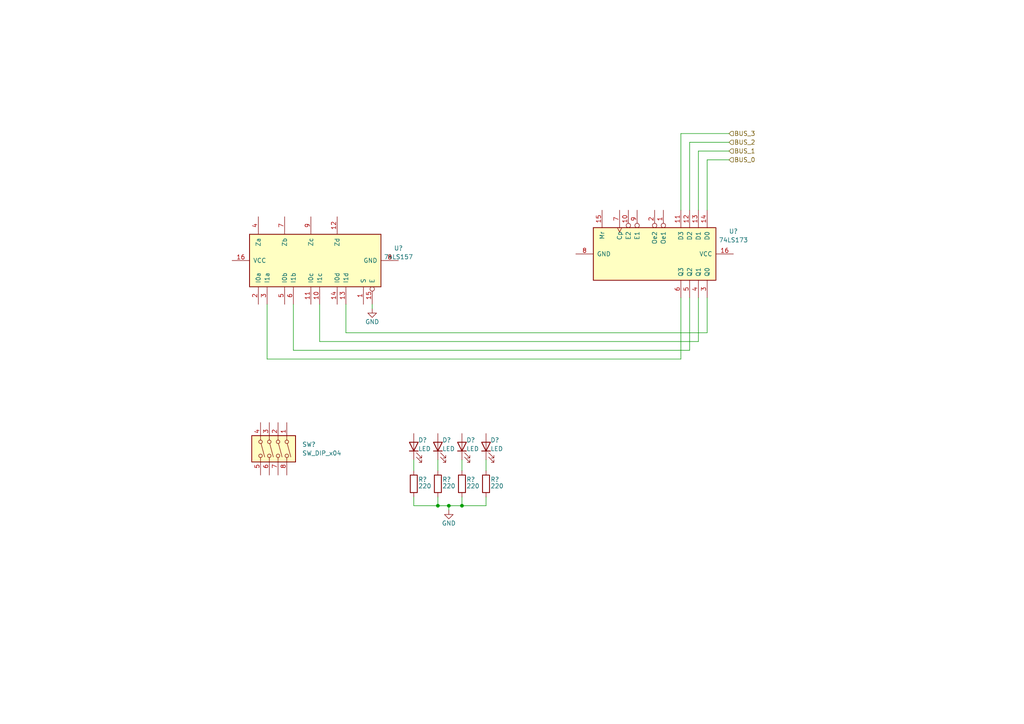
<source format=kicad_sch>
(kicad_sch (version 20211123) (generator eeschema)
  (paper "A4")
  (lib_symbols
    (symbol "74xx:74LS157" (pin_names (offset 1.016))
      (property "Reference" "U" (at -7.62 19.05 0))
      (property "Value" "74LS157" (at -7.62 -21.59 0))
      (symbol "74LS157_1_0"
        (pin input line (at -12.7 -15.24 0) (length 5.08) (name "S") (number "1"))
        (pin input line (at -12.7 -2.54 0) (length 5.08) (name "I1c") (number "10"))
        (pin input line (at -12.7 0 0) (length 5.08) (name "I0c") (number "11"))
        (pin output line (at 12.7 -7.62 180) (length 5.08) (name "Zd") (number "12"))
        (pin input line (at -12.7 -10.16 0) (length 5.08) (name "I1d") (number "13"))
        (pin input line (at -12.7 -7.62 0) (length 5.08) (name "I0d") (number "14"))
        (pin input inverted (at -12.7 -17.78 0) (length 5.08) (name "E") (number "15"))
        (pin power_in line (at 0 22.86 270) (length 5.08) (name "VCC") (number "16"))
        (pin input line (at -12.7 15.24 0) (length 5.08) (name "I0a") (number "2"))
        (pin input line (at -12.7 12.7 0) (length 5.08) (name "I1a") (number "3"))
        (pin output line (at 12.7 15.24 180) (length 5.08) (name "Za") (number "4"))
        (pin input line (at -12.7 7.62 0) (length 5.08) (name "I0b") (number "5"))
        (pin input line (at -12.7 5.08 0) (length 5.08) (name "I1b") (number "6"))
        (pin output line (at 12.7 7.62 180) (length 5.08) (name "Zb") (number "7"))
        (pin power_in line (at 0 -25.4 90) (length 5.08) (name "GND") (number "8"))
        (pin output line (at 12.7 0 180) (length 5.08) (name "Zc") (number "9"))
      )
      (symbol "74LS157_1_1"
        (rectangle (start -7.62 17.78) (end 7.62 -20.32) (stroke (width 0.254)) (fill (type background)))
      )
    )
    (symbol "74xx:74LS173" (pin_names (offset 1.016))
      (property "Reference" "U" (at -7.62 19.05 0))
      (property "Value" "74LS173" (at -7.62 -19.05 0))
      (symbol "74LS173_1_0"
        (pin input inverted (at -12.7 2.54 0) (length 5.08) (name "Oe1") (number "1"))
        (pin input inverted (at -12.7 -7.62 0) (length 5.08) (name "E2") (number "10"))
        (pin input line (at -12.7 7.62 0) (length 5.08) (name "D3") (number "11"))
        (pin input line (at -12.7 10.16 0) (length 5.08) (name "D2") (number "12"))
        (pin input line (at -12.7 12.7 0) (length 5.08) (name "D1") (number "13"))
        (pin input line (at -12.7 15.24 0) (length 5.08) (name "D0") (number "14"))
        (pin input line (at -12.7 -15.24 0) (length 5.08) (name "Mr") (number "15"))
        (pin power_in line (at 0 22.86 270) (length 5.08) (name "VCC") (number "16"))
        (pin input inverted (at -12.7 0 0) (length 5.08) (name "Oe2") (number "2"))
        (pin tri_state line (at 12.7 15.24 180) (length 5.08) (name "Q0") (number "3"))
        (pin tri_state line (at 12.7 12.7 180) (length 5.08) (name "Q1") (number "4"))
        (pin tri_state line (at 12.7 10.16 180) (length 5.08) (name "Q2") (number "5"))
        (pin tri_state line (at 12.7 7.62 180) (length 5.08) (name "Q3") (number "6"))
        (pin input clock (at -12.7 -10.16 0) (length 5.08) (name "Cp") (number "7"))
        (pin power_in line (at 0 -22.86 90) (length 5.08) (name "GND") (number "8"))
        (pin input inverted (at -12.7 -5.08 0) (length 5.08) (name "E1") (number "9"))
      )
      (symbol "74LS173_1_1"
        (rectangle (start -7.62 17.78) (end 7.62 -17.78) (stroke (width 0.254)) (fill (type background)))
      )
    )
    (symbol "Device:LED" (pin_numbers hide) (pin_names (offset 1.016) hide)
      (property "Reference" "D" (at 0 2.54 0))
      (property "Value" "LED" (at 0 -2.54 0))
      (symbol "LED_0_1"
        (polyline (pts (xy -1.27 -1.27) (xy -1.27 1.27)) (stroke (width 0.254)))
        (polyline (pts (xy -1.27 0) (xy 1.27 0)))
        (polyline (pts (xy 1.27 -1.27) (xy 1.27 1.27) (xy -1.27 0) (xy 1.27 -1.27)) (stroke (width 0.254)))
        (polyline (pts (xy -3.048 -0.762) (xy -4.572 -2.286) (xy -3.81 -2.286) (xy -4.572 -2.286) (xy -4.572 -1.524)))
        (polyline (pts (xy -1.778 -0.762) (xy -3.302 -2.286) (xy -2.54 -2.286) (xy -3.302 -2.286) (xy -3.302 -1.524)))
      )
      (symbol "LED_1_1"
        (pin passive line (at -3.81 0 0) (length 2.54) (name "K") (number "1"))
        (pin passive line (at 3.81 0 180) (length 2.54) (name "A") (number "2"))
      )
    )
    (symbol "Device:R" (pin_numbers hide) (pin_names (offset 0))
      (property "Reference" "R" (at 2.032 0 90))
      (property "Value" "R" (at 0 0 90))
      (symbol "R_0_1"
        (rectangle (start -1.016 -2.54) (end 1.016 2.54) (stroke (width 0.254)))
      )
      (symbol "R_1_1"
        (pin passive line (at 0 3.81 270) (length 1.27) (name "~") (number "1"))
        (pin passive line (at 0 -3.81 90) (length 1.27) (name "~") (number "2"))
      )
    )
    (symbol "Switch:SW_DIP_x04" (pin_names (offset 0) hide)
      (property "Reference" "SW" (at 0 8.89 0))
      (property "Value" "SW_DIP_x04" (at 0 -6.35 0))
      (symbol "SW_DIP_x04_0_0"
        (circle (center -2.032 -2.54) (radius 0.508))
        (circle (center -2.032 0) (radius 0.508))
        (circle (center -2.032 2.54) (radius 0.508))
        (circle (center -2.032 5.08) (radius 0.508))
        (polyline (pts (xy -1.524 -2.3876) (xy 2.3622 -1.3462)))
        (polyline (pts (xy -1.524 0.127) (xy 2.3622 1.1684)))
        (polyline (pts (xy -1.524 2.667) (xy 2.3622 3.7084)))
        (polyline (pts (xy -1.524 5.207) (xy 2.3622 6.2484)))
        (circle (center 2.032 -2.54) (radius 0.508))
        (circle (center 2.032 0) (radius 0.508))
        (circle (center 2.032 2.54) (radius 0.508))
        (circle (center 2.032 5.08) (radius 0.508))
      )
      (symbol "SW_DIP_x04_0_1"
        (rectangle (start -3.81 7.62) (end 3.81 -5.08) (stroke (width 0.254)) (fill (type background)))
      )
      (symbol "SW_DIP_x04_1_1"
        (pin passive line (at -7.62 5.08 0) (length 5.08) (name "~") (number "1"))
        (pin passive line (at -7.62 2.54 0) (length 5.08) (name "~") (number "2"))
        (pin passive line (at -7.62 0 0) (length 5.08) (name "~") (number "3"))
        (pin passive line (at -7.62 -2.54 0) (length 5.08) (name "~") (number "4"))
        (pin passive line (at 7.62 -2.54 180) (length 5.08) (name "~") (number "5"))
        (pin passive line (at 7.62 0 180) (length 5.08) (name "~") (number "6"))
        (pin passive line (at 7.62 2.54 180) (length 5.08) (name "~") (number "7"))
        (pin passive line (at 7.62 5.08 180) (length 5.08) (name "~") (number "8"))
      )
    )
    (symbol "power:GND" (power) (pin_names (offset 0))
      (property "Value" "GND" (at 0 -3.81 0))
      (symbol "GND_0_1"
        (polyline (pts (xy 0 0) (xy 0 -1.27) (xy 1.27 -1.27) (xy 0 -2.54) (xy -1.27 -1.27) (xy 0 -1.27)))
      )
      (symbol "GND_1_1"
        (pin power_in line (at 0 0 270) (length 0) hide (name "GND") (number "1"))
      )
    )
  )
  (junction (at 127 146.685))
  (junction (at 133.985 146.685))
  (junction (at 130.175 146.685))
  (wire (pts (xy 202.565 99.06) (xy 92.71 99.06)))
  (wire (pts (xy 120.015 144.145) (xy 120.015 146.685)))
  (wire (pts (xy 130.175 147.955) (xy 130.175 146.685)))
  (wire (pts (xy 77.47 88.265) (xy 77.47 104.14)))
  (wire (pts (xy 127 144.145) (xy 127 146.685)))
  (wire (pts (xy 127 146.685) (xy 130.175 146.685)))
  (wire (pts (xy 133.985 133.35) (xy 133.985 136.525)))
  (wire (pts (xy 140.97 146.685) (xy 140.97 144.145)))
  (wire (pts (xy 200.025 41.275) (xy 200.025 60.96)))
  (wire (pts (xy 92.71 99.06) (xy 92.71 88.265)))
  (wire (pts (xy 140.97 133.35) (xy 140.97 136.525)))
  (wire (pts (xy 77.47 104.14) (xy 197.485 104.14)))
  (wire (pts (xy 85.09 101.6) (xy 200.025 101.6)))
  (wire (pts (xy 197.485 104.14) (xy 197.485 86.36)))
  (wire (pts (xy 197.485 38.735) (xy 211.455 38.735)))
  (wire (pts (xy 197.485 60.96) (xy 197.485 38.735)))
  (wire (pts (xy 202.565 60.96) (xy 202.565 43.815)))
  (wire (pts (xy 127 133.35) (xy 127 136.525)))
  (wire (pts (xy 205.105 96.52) (xy 205.105 86.36)))
  (wire (pts (xy 120.015 133.35) (xy 120.015 136.525)))
  (wire (pts (xy 202.565 43.815) (xy 211.455 43.815)))
  (wire (pts (xy 200.025 101.6) (xy 200.025 86.36)))
  (wire (pts (xy 100.33 96.52) (xy 205.105 96.52)))
  (wire (pts (xy 107.95 89.535) (xy 107.95 88.265)))
  (wire (pts (xy 211.455 46.355) (xy 205.105 46.355)))
  (wire (pts (xy 85.09 88.265) (xy 85.09 101.6)))
  (wire (pts (xy 100.33 88.265) (xy 100.33 96.52)))
  (wire (pts (xy 133.985 146.685) (xy 140.97 146.685)))
  (wire (pts (xy 205.105 46.355) (xy 205.105 60.96)))
  (wire (pts (xy 211.455 41.275) (xy 200.025 41.275)))
  (wire (pts (xy 202.565 86.36) (xy 202.565 99.06)))
  (wire (pts (xy 120.015 146.685) (xy 127 146.685)))
  (wire (pts (xy 133.985 144.145) (xy 133.985 146.685)))
  (wire (pts (xy 130.175 146.685) (xy 133.985 146.685)))
  (hierarchical_label "BUS_0" (shape input) (at 211.455 46.355 0))
  (hierarchical_label "BUS_2" (shape input) (at 211.455 41.275 0))
  (hierarchical_label "BUS_3" (shape input) (at 211.455 38.735 0))
  (hierarchical_label "BUS_1" (shape input) (at 211.455 43.815 0))
  (symbol (lib_id "74xx:74LS157") (at 90.17 75.565 90) (unit 1)
    (property "Reference" "U?" (at 115.57 71.9836 90))
    (property "Value" "74LS157" (at 115.57 74.5236 90))
    (property "Datasheet" "http://www.ti.com/lit/gpn/sn74LS157" (effects hide))
  )
  (symbol (lib_id "Device:LED") (at 120.015 129.54 90) (unit 1)
    (property "Reference" "D?" (at 121.285 127.635 90) (effects (justify right)))
    (property "Value" "LED" (at 121.285 130.175 90) (effects (justify right)))
  )
  (symbol (lib_id "power:GND") (at 130.175 147.955 0) (unit 1)
    (property "Reference" "#PWR?" (effects hide))
    (property "Value" "GND" (at 130.175 151.765 0))
  )
  (symbol (lib_id "Device:LED") (at 140.97 129.54 90) (unit 1)
    (property "Reference" "D?" (at 142.24 127.635 90) (effects (justify right)))
    (property "Value" "LED" (at 142.24 130.175 90) (effects (justify right)))
  )
  (symbol (lib_id "Device:R") (at 133.985 140.335 0) (unit 1)
    (property "Reference" "R?" (at 135.255 139.065 0) (effects (justify left)))
    (property "Value" "220" (at 135.255 140.97 0) (effects (justify left)))
  )
  (symbol (lib_id "power:GND") (at 107.95 89.535 0) (unit 1)
    (property "Reference" "#PWR?" (effects hide))
    (property "Value" "GND" (at 107.95 93.345 0))
  )
  (symbol (lib_id "Device:R") (at 120.015 140.335 0) (unit 1)
    (property "Reference" "R?" (at 121.285 139.065 0) (effects (justify left)))
    (property "Value" "220" (at 121.285 140.97 0) (effects (justify left)))
  )
  (symbol (lib_id "Switch:SW_DIP_x04") (at 78.105 130.175 270) (unit 1)
    (property "Reference" "SW?" (at 87.63 128.9049 90) (effects (justify left)))
    (property "Value" "SW_DIP_x04" (at 87.63 131.4449 90) (effects (justify left)))
  )
  (symbol (lib_id "Device:R") (at 140.97 140.335 0) (unit 1)
    (property "Reference" "R?" (at 142.24 139.065 0) (effects (justify left)))
    (property "Value" "220" (at 142.24 140.97 0) (effects (justify left)))
  )
  (symbol (lib_id "Device:LED") (at 133.985 129.54 90) (unit 1)
    (property "Reference" "D?" (at 135.255 127.635 90) (effects (justify right)))
    (property "Value" "LED" (at 135.255 130.175 90) (effects (justify right)))
  )
  (symbol (lib_id "Device:R") (at 127 140.335 0) (unit 1)
    (property "Reference" "R?" (at 128.27 139.065 0) (effects (justify left)))
    (property "Value" "220" (at 128.27 140.97 0) (effects (justify left)))
  )
  (symbol (lib_id "74xx:74LS173") (at 189.865 73.66 270) (unit 1)
    (property "Reference" "U?" (at 212.725 67.0812 90))
    (property "Value" "74LS173" (at 212.725 69.6212 90))
    (property "Datasheet" "http://www.ti.com/lit/gpn/sn74LS173" (effects hide))
  )
  (symbol (lib_id "Device:LED") (at 127 129.54 90) (unit 1)
    (property "Reference" "D?" (at 128.27 127.635 90) (effects (justify right)))
    (property "Value" "LED" (at 128.27 130.175 90) (effects (justify right)))
  )
)
</source>
